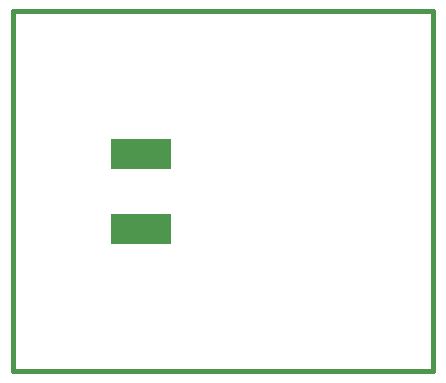
<source format=gbp>
G75*
%MOIN*%
%OFA0B0*%
%FSLAX25Y25*%
%IPPOS*%
%LPD*%
%AMOC8*
5,1,8,0,0,1.08239X$1,22.5*
%
%ADD10C,0.01600*%
%ADD11R,0.20000X0.10000*%
D10*
X0001800Y0001800D02*
X0141800Y0001800D01*
X0141800Y0121800D01*
X0001800Y0121800D01*
X0001800Y0001800D01*
D11*
X0044300Y0049300D03*
X0044300Y0074300D03*
M02*

</source>
